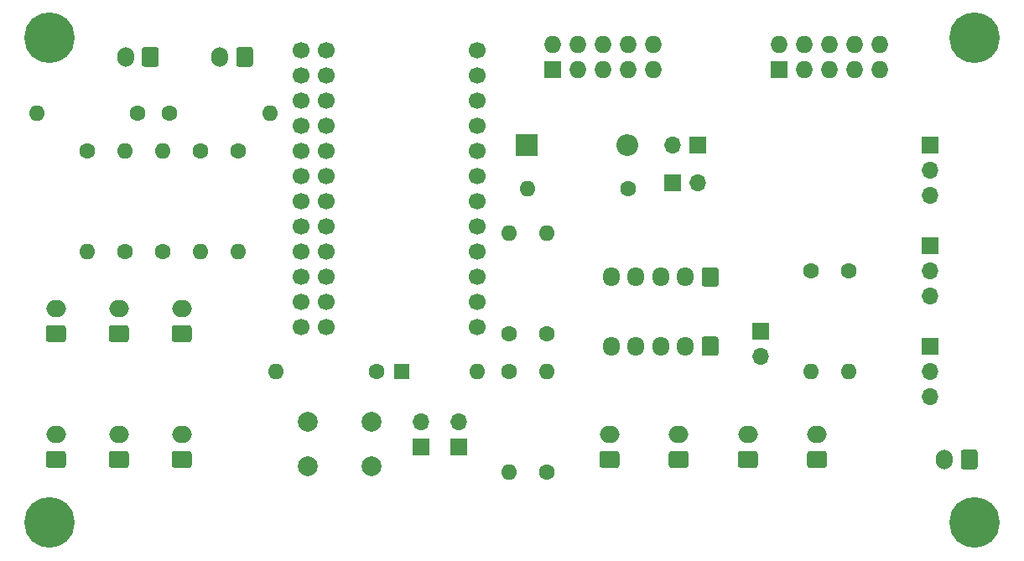
<source format=gbs>
G04 #@! TF.GenerationSoftware,KiCad,Pcbnew,(5.1.8)-1*
G04 #@! TF.CreationDate,2021-02-22T01:49:44+01:00*
G04 #@! TF.ProjectId,C64 Arcade,43363420-4172-4636-9164-652e6b696361,rev?*
G04 #@! TF.SameCoordinates,Original*
G04 #@! TF.FileFunction,Soldermask,Bot*
G04 #@! TF.FilePolarity,Negative*
%FSLAX46Y46*%
G04 Gerber Fmt 4.6, Leading zero omitted, Abs format (unit mm)*
G04 Created by KiCad (PCBNEW (5.1.8)-1) date 2021-02-22 01:49:44*
%MOMM*%
%LPD*%
G01*
G04 APERTURE LIST*
%ADD10R,1.700000X1.700000*%
%ADD11O,1.700000X1.700000*%
%ADD12C,1.600000*%
%ADD13O,1.600000X1.600000*%
%ADD14O,1.700000X2.000000*%
%ADD15O,1.700000X1.950000*%
%ADD16O,2.000000X1.700000*%
%ADD17C,1.700000*%
%ADD18R,2.200000X2.200000*%
%ADD19O,2.200000X2.200000*%
%ADD20R,1.600000X1.600000*%
%ADD21O,1.727200X1.727200*%
%ADD22R,1.727200X1.727200*%
%ADD23C,5.100000*%
%ADD24C,2.000000*%
G04 APERTURE END LIST*
D10*
X207010000Y-100330000D03*
D11*
X209550000Y-100330000D03*
D10*
X215900000Y-115316000D03*
D11*
X215900000Y-117856000D03*
D12*
X153035000Y-93345000D03*
D13*
X142875000Y-93345000D03*
X166370000Y-93345000D03*
D12*
X156210000Y-93345000D03*
D11*
X185420000Y-124460000D03*
D10*
X185420000Y-127000000D03*
X181610000Y-127000000D03*
D11*
X181610000Y-124460000D03*
D14*
X151805000Y-87630000D03*
G36*
G01*
X155155000Y-86880000D02*
X155155000Y-88380000D01*
G75*
G02*
X154905000Y-88630000I-250000J0D01*
G01*
X153705000Y-88630000D01*
G75*
G02*
X153455000Y-88380000I0J250000D01*
G01*
X153455000Y-86880000D01*
G75*
G02*
X153705000Y-86630000I250000J0D01*
G01*
X154905000Y-86630000D01*
G75*
G02*
X155155000Y-86880000I0J-250000D01*
G01*
G37*
G36*
G01*
X164680000Y-86880000D02*
X164680000Y-88380000D01*
G75*
G02*
X164430000Y-88630000I-250000J0D01*
G01*
X163230000Y-88630000D01*
G75*
G02*
X162980000Y-88380000I0J250000D01*
G01*
X162980000Y-86880000D01*
G75*
G02*
X163230000Y-86630000I250000J0D01*
G01*
X164430000Y-86630000D01*
G75*
G02*
X164680000Y-86880000I0J-250000D01*
G01*
G37*
X161330000Y-87630000D03*
G36*
G01*
X211670000Y-116115000D02*
X211670000Y-117565000D01*
G75*
G02*
X211420000Y-117815000I-250000J0D01*
G01*
X210220000Y-117815000D01*
G75*
G02*
X209970000Y-117565000I0J250000D01*
G01*
X209970000Y-116115000D01*
G75*
G02*
X210220000Y-115865000I250000J0D01*
G01*
X211420000Y-115865000D01*
G75*
G02*
X211670000Y-116115000I0J-250000D01*
G01*
G37*
D15*
X208320000Y-116840000D03*
X205820000Y-116840000D03*
X203320000Y-116840000D03*
X200820000Y-116840000D03*
D16*
X221615000Y-125770000D03*
G36*
G01*
X222365000Y-129120000D02*
X220865000Y-129120000D01*
G75*
G02*
X220615000Y-128870000I0J250000D01*
G01*
X220615000Y-127670000D01*
G75*
G02*
X220865000Y-127420000I250000J0D01*
G01*
X222365000Y-127420000D01*
G75*
G02*
X222615000Y-127670000I0J-250000D01*
G01*
X222615000Y-128870000D01*
G75*
G02*
X222365000Y-129120000I-250000J0D01*
G01*
G37*
X207645000Y-125770000D03*
G36*
G01*
X208395000Y-129120000D02*
X206895000Y-129120000D01*
G75*
G02*
X206645000Y-128870000I0J250000D01*
G01*
X206645000Y-127670000D01*
G75*
G02*
X206895000Y-127420000I250000J0D01*
G01*
X208395000Y-127420000D01*
G75*
G02*
X208645000Y-127670000I0J-250000D01*
G01*
X208645000Y-128870000D01*
G75*
G02*
X208395000Y-129120000I-250000J0D01*
G01*
G37*
G36*
G01*
X215380000Y-129120000D02*
X213880000Y-129120000D01*
G75*
G02*
X213630000Y-128870000I0J250000D01*
G01*
X213630000Y-127670000D01*
G75*
G02*
X213880000Y-127420000I250000J0D01*
G01*
X215380000Y-127420000D01*
G75*
G02*
X215630000Y-127670000I0J-250000D01*
G01*
X215630000Y-128870000D01*
G75*
G02*
X215380000Y-129120000I-250000J0D01*
G01*
G37*
X214630000Y-125770000D03*
G36*
G01*
X201410000Y-129120000D02*
X199910000Y-129120000D01*
G75*
G02*
X199660000Y-128870000I0J250000D01*
G01*
X199660000Y-127670000D01*
G75*
G02*
X199910000Y-127420000I250000J0D01*
G01*
X201410000Y-127420000D01*
G75*
G02*
X201660000Y-127670000I0J-250000D01*
G01*
X201660000Y-128870000D01*
G75*
G02*
X201410000Y-129120000I-250000J0D01*
G01*
G37*
X200660000Y-125770000D03*
X144780000Y-125770000D03*
G36*
G01*
X145530000Y-129120000D02*
X144030000Y-129120000D01*
G75*
G02*
X143780000Y-128870000I0J250000D01*
G01*
X143780000Y-127670000D01*
G75*
G02*
X144030000Y-127420000I250000J0D01*
G01*
X145530000Y-127420000D01*
G75*
G02*
X145780000Y-127670000I0J-250000D01*
G01*
X145780000Y-128870000D01*
G75*
G02*
X145530000Y-129120000I-250000J0D01*
G01*
G37*
G36*
G01*
X151880000Y-129120000D02*
X150380000Y-129120000D01*
G75*
G02*
X150130000Y-128870000I0J250000D01*
G01*
X150130000Y-127670000D01*
G75*
G02*
X150380000Y-127420000I250000J0D01*
G01*
X151880000Y-127420000D01*
G75*
G02*
X152130000Y-127670000I0J-250000D01*
G01*
X152130000Y-128870000D01*
G75*
G02*
X151880000Y-129120000I-250000J0D01*
G01*
G37*
X151130000Y-125770000D03*
G36*
G01*
X158230000Y-129120000D02*
X156730000Y-129120000D01*
G75*
G02*
X156480000Y-128870000I0J250000D01*
G01*
X156480000Y-127670000D01*
G75*
G02*
X156730000Y-127420000I250000J0D01*
G01*
X158230000Y-127420000D01*
G75*
G02*
X158480000Y-127670000I0J-250000D01*
G01*
X158480000Y-128870000D01*
G75*
G02*
X158230000Y-129120000I-250000J0D01*
G01*
G37*
X157480000Y-125770000D03*
X144780000Y-113070000D03*
G36*
G01*
X145530000Y-116420000D02*
X144030000Y-116420000D01*
G75*
G02*
X143780000Y-116170000I0J250000D01*
G01*
X143780000Y-114970000D01*
G75*
G02*
X144030000Y-114720000I250000J0D01*
G01*
X145530000Y-114720000D01*
G75*
G02*
X145780000Y-114970000I0J-250000D01*
G01*
X145780000Y-116170000D01*
G75*
G02*
X145530000Y-116420000I-250000J0D01*
G01*
G37*
G36*
G01*
X151880000Y-116420000D02*
X150380000Y-116420000D01*
G75*
G02*
X150130000Y-116170000I0J250000D01*
G01*
X150130000Y-114970000D01*
G75*
G02*
X150380000Y-114720000I250000J0D01*
G01*
X151880000Y-114720000D01*
G75*
G02*
X152130000Y-114970000I0J-250000D01*
G01*
X152130000Y-116170000D01*
G75*
G02*
X151880000Y-116420000I-250000J0D01*
G01*
G37*
X151130000Y-113070000D03*
X157480000Y-113070000D03*
G36*
G01*
X158230000Y-116420000D02*
X156730000Y-116420000D01*
G75*
G02*
X156480000Y-116170000I0J250000D01*
G01*
X156480000Y-114970000D01*
G75*
G02*
X156730000Y-114720000I250000J0D01*
G01*
X158230000Y-114720000D01*
G75*
G02*
X158480000Y-114970000I0J-250000D01*
G01*
X158480000Y-116170000D01*
G75*
G02*
X158230000Y-116420000I-250000J0D01*
G01*
G37*
D14*
X234482000Y-128270000D03*
G36*
G01*
X237832000Y-127520000D02*
X237832000Y-129020000D01*
G75*
G02*
X237582000Y-129270000I-250000J0D01*
G01*
X236382000Y-129270000D01*
G75*
G02*
X236132000Y-129020000I0J250000D01*
G01*
X236132000Y-127520000D01*
G75*
G02*
X236382000Y-127270000I250000J0D01*
G01*
X237582000Y-127270000D01*
G75*
G02*
X237832000Y-127520000I0J-250000D01*
G01*
G37*
D10*
X209550000Y-96520000D03*
D11*
X207010000Y-96520000D03*
D17*
X172085000Y-114935000D03*
X172085000Y-112395000D03*
X172085000Y-109855000D03*
X172085000Y-107315000D03*
X172085000Y-104775000D03*
X172085000Y-102235000D03*
X172085000Y-99695000D03*
X172085000Y-97155000D03*
X172085000Y-94615000D03*
X172085000Y-92075000D03*
X172085000Y-89535000D03*
X172085000Y-86995000D03*
X169545000Y-89535000D03*
X169545000Y-92075000D03*
X169545000Y-94615000D03*
X169545000Y-97155000D03*
X169545000Y-99695000D03*
X169545000Y-102235000D03*
X169545000Y-104775000D03*
X169545000Y-107315000D03*
X169545000Y-109855000D03*
X169545000Y-112395000D03*
X169545000Y-114935000D03*
X187325000Y-114935000D03*
X187325000Y-112395000D03*
X187325000Y-109855000D03*
X187325000Y-107315000D03*
X187325000Y-104775000D03*
X187325000Y-102235000D03*
X187325000Y-99695000D03*
X187325000Y-97155000D03*
X187325000Y-94615000D03*
X187325000Y-92075000D03*
X187325000Y-89535000D03*
X187325000Y-86995000D03*
X169545000Y-86995000D03*
D18*
X192278000Y-96520000D03*
D19*
X202438000Y-96520000D03*
D20*
X179705000Y-119380000D03*
D13*
X187325000Y-119380000D03*
D21*
X205105000Y-86360000D03*
X202565000Y-86360000D03*
X200025000Y-86360000D03*
X197485000Y-86360000D03*
X194945000Y-86360000D03*
X205105000Y-88900000D03*
X202565000Y-88900000D03*
X200025000Y-88900000D03*
X197485000Y-88900000D03*
D22*
X194945000Y-88900000D03*
X217805000Y-88900000D03*
D21*
X220345000Y-88900000D03*
X222885000Y-88900000D03*
X225425000Y-88900000D03*
X227965000Y-88900000D03*
X217805000Y-86360000D03*
X220345000Y-86360000D03*
X222885000Y-86360000D03*
X225425000Y-86360000D03*
X227965000Y-86360000D03*
G36*
G01*
X211670000Y-109130000D02*
X211670000Y-110580000D01*
G75*
G02*
X211420000Y-110830000I-250000J0D01*
G01*
X210220000Y-110830000D01*
G75*
G02*
X209970000Y-110580000I0J250000D01*
G01*
X209970000Y-109130000D01*
G75*
G02*
X210220000Y-108880000I250000J0D01*
G01*
X211420000Y-108880000D01*
G75*
G02*
X211670000Y-109130000I0J-250000D01*
G01*
G37*
D15*
X208320000Y-109855000D03*
X205820000Y-109855000D03*
X203320000Y-109855000D03*
X200820000Y-109855000D03*
D10*
X233045000Y-116840000D03*
D11*
X233045000Y-119380000D03*
X233045000Y-121920000D03*
D10*
X233045000Y-106680000D03*
D11*
X233045000Y-109220000D03*
X233045000Y-111760000D03*
X233045000Y-101600000D03*
X233045000Y-99060000D03*
D10*
X233045000Y-96520000D03*
D23*
X144145000Y-134620000D03*
X237490000Y-134620000D03*
X237490000Y-85725000D03*
X144145000Y-85725000D03*
D12*
X224790000Y-109220000D03*
D13*
X224790000Y-119380000D03*
D12*
X220980000Y-109220000D03*
D13*
X220980000Y-119380000D03*
X190500000Y-129540000D03*
D12*
X190500000Y-119380000D03*
D13*
X147955000Y-107315000D03*
D12*
X147955000Y-97155000D03*
X155575000Y-107315000D03*
D13*
X155575000Y-97155000D03*
D12*
X177165000Y-119380000D03*
D13*
X167005000Y-119380000D03*
X151765000Y-97155000D03*
D12*
X151765000Y-107315000D03*
X163195000Y-97155000D03*
D13*
X163195000Y-107315000D03*
X159385000Y-107315000D03*
D12*
X159385000Y-97155000D03*
D13*
X192405000Y-100965000D03*
D12*
X202565000Y-100965000D03*
X190500000Y-115570000D03*
D13*
X190500000Y-105410000D03*
X194310000Y-105410000D03*
D12*
X194310000Y-115570000D03*
X194310000Y-129540000D03*
D13*
X194310000Y-119380000D03*
D24*
X170180000Y-128960000D03*
X170180000Y-124460000D03*
X176680000Y-128960000D03*
X176680000Y-124460000D03*
M02*

</source>
